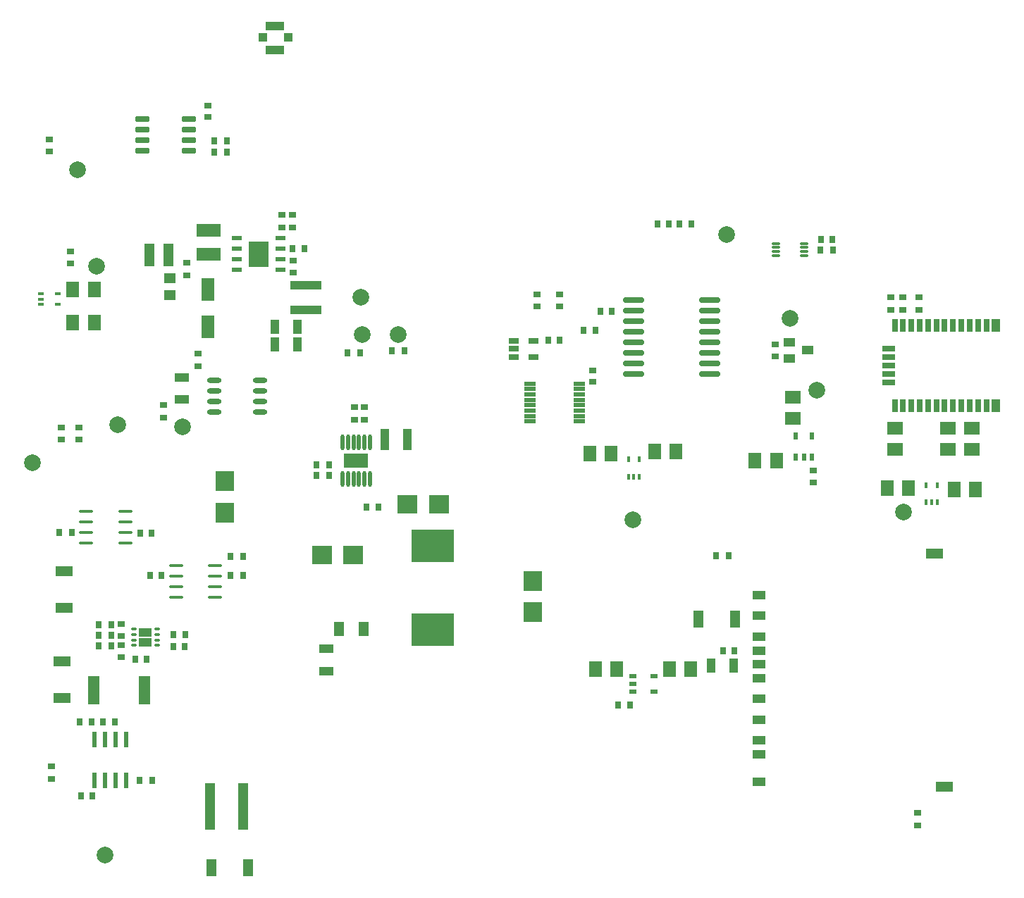
<source format=gtp>
G04*
G04 #@! TF.GenerationSoftware,Altium Limited,Altium Designer,20.1.7 (139)*
G04*
G04 Layer_Color=8421504*
%FSLAX25Y25*%
%MOIN*%
G70*
G04*
G04 #@! TF.SameCoordinates,72195594-E7F7-4266-BDA2-BCA36E094617*
G04*
G04*
G04 #@! TF.FilePolarity,Positive*
G04*
G01*
G75*
%ADD19R,0.05917X0.04106*%
%ADD20O,0.10236X0.02756*%
%ADD21R,0.05118X0.02756*%
%ADD22C,0.07874*%
%ADD23R,0.20276X0.15748*%
%ADD24O,0.06890X0.02362*%
%ADD25R,0.08268X0.05000*%
%ADD26R,0.04528X0.07087*%
G04:AMPARAMS|DCode=27|XSize=17.72mil|YSize=55.12mil|CornerRadius=1.95mil|HoleSize=0mil|Usage=FLASHONLY|Rotation=90.000|XOffset=0mil|YOffset=0mil|HoleType=Round|Shape=RoundedRectangle|*
%AMROUNDEDRECTD27*
21,1,0.01772,0.05122,0,0,90.0*
21,1,0.01382,0.05512,0,0,90.0*
1,1,0.00390,0.02561,0.00691*
1,1,0.00390,0.02561,-0.00691*
1,1,0.00390,-0.02561,-0.00691*
1,1,0.00390,-0.02561,0.00691*
%
%ADD27ROUNDEDRECTD27*%
%ADD28R,0.06400X0.10700*%
%ADD29R,0.14567X0.04331*%
%ADD30O,0.01772X0.07480*%
%ADD31R,0.11614X0.06929*%
%ADD32R,0.02756X0.03543*%
%ADD33R,0.05512X0.03937*%
G04:AMPARAMS|DCode=34|XSize=11.81mil|YSize=23.62mil|CornerRadius=1.95mil|HoleSize=0mil|Usage=FLASHONLY|Rotation=90.000|XOffset=0mil|YOffset=0mil|HoleType=Round|Shape=RoundedRectangle|*
%AMROUNDEDRECTD34*
21,1,0.01181,0.01972,0,0,90.0*
21,1,0.00791,0.02362,0,0,90.0*
1,1,0.00390,0.00986,0.00396*
1,1,0.00390,0.00986,-0.00396*
1,1,0.00390,-0.00986,-0.00396*
1,1,0.00390,-0.00986,0.00396*
%
%ADD34ROUNDEDRECTD34*%
%ADD35R,0.08500X0.09200*%
%ADD36R,0.04921X0.02165*%
%ADD37R,0.09449X0.12205*%
G04:AMPARAMS|DCode=38|XSize=11.81mil|YSize=39.37mil|CornerRadius=1.95mil|HoleSize=0mil|Usage=FLASHONLY|Rotation=90.000|XOffset=0mil|YOffset=0mil|HoleType=Round|Shape=RoundedRectangle|*
%AMROUNDEDRECTD38*
21,1,0.01181,0.03547,0,0,90.0*
21,1,0.00791,0.03937,0,0,90.0*
1,1,0.00390,0.01774,0.00396*
1,1,0.00390,0.01774,-0.00396*
1,1,0.00390,-0.01774,-0.00396*
1,1,0.00390,-0.01774,0.00396*
%
%ADD38ROUNDEDRECTD38*%
G04:AMPARAMS|DCode=39|XSize=15.75mil|YSize=25.59mil|CornerRadius=1.97mil|HoleSize=0mil|Usage=FLASHONLY|Rotation=90.000|XOffset=0mil|YOffset=0mil|HoleType=Round|Shape=RoundedRectangle|*
%AMROUNDEDRECTD39*
21,1,0.01575,0.02165,0,0,90.0*
21,1,0.01181,0.02559,0,0,90.0*
1,1,0.00394,0.01083,0.00591*
1,1,0.00394,0.01083,-0.00591*
1,1,0.00394,-0.01083,-0.00591*
1,1,0.00394,-0.01083,0.00591*
%
%ADD39ROUNDEDRECTD39*%
G04:AMPARAMS|DCode=40|XSize=21.65mil|YSize=31.5mil|CornerRadius=1.95mil|HoleSize=0mil|Usage=FLASHONLY|Rotation=90.000|XOffset=0mil|YOffset=0mil|HoleType=Round|Shape=RoundedRectangle|*
%AMROUNDEDRECTD40*
21,1,0.02165,0.02760,0,0,90.0*
21,1,0.01776,0.03150,0,0,90.0*
1,1,0.00390,0.01380,0.00888*
1,1,0.00390,0.01380,-0.00888*
1,1,0.00390,-0.01380,-0.00888*
1,1,0.00390,-0.01380,0.00888*
%
%ADD40ROUNDEDRECTD40*%
G04:AMPARAMS|DCode=41|XSize=25.59mil|YSize=64.96mil|CornerRadius=1.92mil|HoleSize=0mil|Usage=FLASHONLY|Rotation=90.000|XOffset=0mil|YOffset=0mil|HoleType=Round|Shape=RoundedRectangle|*
%AMROUNDEDRECTD41*
21,1,0.02559,0.06112,0,0,90.0*
21,1,0.02175,0.06496,0,0,90.0*
1,1,0.00384,0.03056,0.01088*
1,1,0.00384,0.03056,-0.01088*
1,1,0.00384,-0.03056,-0.01088*
1,1,0.00384,-0.03056,0.01088*
%
%ADD41ROUNDEDRECTD41*%
%ADD42O,0.06680X0.01562*%
%ADD43R,0.03937X0.05906*%
%ADD44R,0.02756X0.05906*%
%ADD45R,0.05906X0.02756*%
%ADD46R,0.04331X0.10236*%
%ADD47R,0.06693X0.04331*%
%ADD48R,0.08661X0.04134*%
%ADD49R,0.03937X0.03937*%
%ADD50R,0.04724X0.11024*%
%ADD51R,0.05906X0.03937*%
%ADD52R,0.07874X0.04724*%
%ADD53R,0.05512X0.13386*%
%ADD54R,0.02100X0.07800*%
%ADD55R,0.05118X0.22047*%
%ADD56R,0.03543X0.03150*%
%ADD57R,0.11811X0.06496*%
%ADD58R,0.06496X0.07284*%
%ADD59R,0.05709X0.05118*%
%ADD60R,0.03150X0.03543*%
%ADD61R,0.07284X0.06496*%
%ADD62R,0.04331X0.06693*%
%ADD63R,0.03543X0.02756*%
%ADD64R,0.09200X0.08500*%
%ADD65R,0.05000X0.08268*%
G04:AMPARAMS|DCode=66|XSize=21.65mil|YSize=31.5mil|CornerRadius=1.95mil|HoleSize=0mil|Usage=FLASHONLY|Rotation=180.000|XOffset=0mil|YOffset=0mil|HoleType=Round|Shape=RoundedRectangle|*
%AMROUNDEDRECTD66*
21,1,0.02165,0.02760,0,0,180.0*
21,1,0.01776,0.03150,0,0,180.0*
1,1,0.00390,-0.00888,0.01380*
1,1,0.00390,0.00888,0.01380*
1,1,0.00390,0.00888,-0.01380*
1,1,0.00390,-0.00888,-0.01380*
%
%ADD66ROUNDEDRECTD66*%
G04:AMPARAMS|DCode=67|XSize=15.75mil|YSize=25.59mil|CornerRadius=1.97mil|HoleSize=0mil|Usage=FLASHONLY|Rotation=180.000|XOffset=0mil|YOffset=0mil|HoleType=Round|Shape=RoundedRectangle|*
%AMROUNDEDRECTD67*
21,1,0.01575,0.02165,0,0,180.0*
21,1,0.01181,0.02559,0,0,180.0*
1,1,0.00394,-0.00591,0.01083*
1,1,0.00394,0.00591,0.01083*
1,1,0.00394,0.00591,-0.01083*
1,1,0.00394,-0.00591,-0.01083*
%
%ADD67ROUNDEDRECTD67*%
D19*
X180000Y199053D02*
D03*
Y203947D02*
D03*
D20*
X410890Y361000D02*
D03*
Y356000D02*
D03*
Y351000D02*
D03*
Y346000D02*
D03*
Y341000D02*
D03*
Y336000D02*
D03*
Y331000D02*
D03*
Y326000D02*
D03*
X447110Y361000D02*
D03*
Y356000D02*
D03*
Y351000D02*
D03*
Y346000D02*
D03*
Y341000D02*
D03*
Y336000D02*
D03*
Y331000D02*
D03*
Y326000D02*
D03*
D21*
X363724Y341740D02*
D03*
Y334260D02*
D03*
X354276D02*
D03*
Y338000D02*
D03*
Y341740D02*
D03*
D22*
X166929Y301969D02*
D03*
X485094Y352604D02*
D03*
X497753Y318504D02*
D03*
X538583Y260630D02*
D03*
X160803Y98425D02*
D03*
X455118Y392126D02*
D03*
X281890Y362598D02*
D03*
X197628Y301128D02*
D03*
X410480Y257087D02*
D03*
X148031Y422835D02*
D03*
X157087Y377165D02*
D03*
X126772Y284252D02*
D03*
X282598Y344715D02*
D03*
X299606Y344955D02*
D03*
D23*
X315905Y244646D02*
D03*
Y205276D02*
D03*
D24*
X234405Y308000D02*
D03*
Y313000D02*
D03*
Y318000D02*
D03*
Y323000D02*
D03*
X212555Y308000D02*
D03*
Y313000D02*
D03*
Y318000D02*
D03*
Y323000D02*
D03*
D25*
X140565Y190053D02*
D03*
Y172730D02*
D03*
X141549Y232768D02*
D03*
Y215445D02*
D03*
D26*
X283150Y205354D02*
D03*
X271732D02*
D03*
D27*
X385236Y303642D02*
D03*
Y306201D02*
D03*
Y308760D02*
D03*
Y311319D02*
D03*
Y313878D02*
D03*
Y316437D02*
D03*
Y318996D02*
D03*
Y321555D02*
D03*
X362008Y303642D02*
D03*
Y306201D02*
D03*
Y308760D02*
D03*
Y311319D02*
D03*
Y313878D02*
D03*
Y316437D02*
D03*
Y318996D02*
D03*
Y321555D02*
D03*
D28*
X209500Y348300D02*
D03*
Y366000D02*
D03*
D29*
X255835Y356563D02*
D03*
Y367980D02*
D03*
D30*
X286177Y293823D02*
D03*
X283618D02*
D03*
X281059D02*
D03*
X278500D02*
D03*
X275941D02*
D03*
X273382D02*
D03*
X286177Y276500D02*
D03*
X283618D02*
D03*
X281059D02*
D03*
X278500D02*
D03*
X275941D02*
D03*
X273382D02*
D03*
D31*
X279780Y285161D02*
D03*
D32*
X212559Y431143D02*
D03*
X218465D02*
D03*
X220276Y230906D02*
D03*
X226181D02*
D03*
X199087Y202638D02*
D03*
X193181D02*
D03*
X163953Y207500D02*
D03*
X158047D02*
D03*
X163953Y202500D02*
D03*
X158047D02*
D03*
X163953Y197500D02*
D03*
X158047D02*
D03*
X226181Y239764D02*
D03*
X220276D02*
D03*
X145320Y251068D02*
D03*
X139414D02*
D03*
X177350Y133800D02*
D03*
X183256D02*
D03*
X148850Y161500D02*
D03*
X154756D02*
D03*
X266953Y278000D02*
D03*
X261047D02*
D03*
X261047Y283000D02*
D03*
X266953D02*
D03*
X438453Y397000D02*
D03*
X432547D02*
D03*
X499409Y384764D02*
D03*
X505315D02*
D03*
X450047Y240000D02*
D03*
X455953D02*
D03*
X409453Y169500D02*
D03*
X403547D02*
D03*
X387205Y346850D02*
D03*
X393110D02*
D03*
X281551Y336215D02*
D03*
X275646D02*
D03*
X302559Y337286D02*
D03*
X296654D02*
D03*
X218531Y436614D02*
D03*
X212626D02*
D03*
D33*
X493413Y337316D02*
D03*
X484752Y333576D02*
D03*
Y341057D02*
D03*
D34*
X174488Y205339D02*
D03*
Y202780D02*
D03*
Y200220D02*
D03*
Y197661D02*
D03*
X185512D02*
D03*
Y200220D02*
D03*
Y202780D02*
D03*
Y205339D02*
D03*
D35*
X217500Y260600D02*
D03*
Y275400D02*
D03*
X363189Y213466D02*
D03*
Y228266D02*
D03*
D36*
X243835Y375390D02*
D03*
Y380390D02*
D03*
Y385390D02*
D03*
Y390390D02*
D03*
X223165D02*
D03*
Y385390D02*
D03*
Y380390D02*
D03*
Y375390D02*
D03*
D37*
X233500Y382890D02*
D03*
D38*
X478307Y387953D02*
D03*
Y385984D02*
D03*
Y384016D02*
D03*
Y382047D02*
D03*
X491693Y387953D02*
D03*
Y385984D02*
D03*
Y384016D02*
D03*
Y382047D02*
D03*
D39*
X138583Y364173D02*
D03*
Y359055D02*
D03*
X130512D02*
D03*
Y361614D02*
D03*
Y364173D02*
D03*
D40*
X420520Y183240D02*
D03*
Y175760D02*
D03*
X410480D02*
D03*
Y179500D02*
D03*
Y183240D02*
D03*
D41*
X178525Y446673D02*
D03*
Y441673D02*
D03*
Y436673D02*
D03*
Y431673D02*
D03*
X200769Y446673D02*
D03*
Y441673D02*
D03*
Y436673D02*
D03*
Y431673D02*
D03*
D42*
X170584Y246068D02*
D03*
Y251068D02*
D03*
Y256068D02*
D03*
Y261068D02*
D03*
X152080D02*
D03*
Y256068D02*
D03*
Y251068D02*
D03*
Y246068D02*
D03*
X194508Y235405D02*
D03*
Y230405D02*
D03*
Y225406D02*
D03*
Y220406D02*
D03*
X213012D02*
D03*
Y225406D02*
D03*
Y230405D02*
D03*
Y235405D02*
D03*
D43*
X582339Y311205D02*
D03*
Y349000D02*
D03*
D44*
X577811Y311205D02*
D03*
X573874D02*
D03*
X569937D02*
D03*
X566000D02*
D03*
X562063D02*
D03*
X558126D02*
D03*
X554189D02*
D03*
X550252D02*
D03*
X546315D02*
D03*
X542378D02*
D03*
X538441D02*
D03*
X534504D02*
D03*
Y349000D02*
D03*
X538441D02*
D03*
X542378D02*
D03*
X546315D02*
D03*
X550252D02*
D03*
X554189D02*
D03*
X558126D02*
D03*
X562063D02*
D03*
X566000D02*
D03*
X569937D02*
D03*
X573874D02*
D03*
X577811D02*
D03*
D45*
X531551Y322228D02*
D03*
Y326165D02*
D03*
Y330102D02*
D03*
Y334039D02*
D03*
Y337976D02*
D03*
D46*
X303815Y295000D02*
D03*
X293185D02*
D03*
D47*
X197441Y324606D02*
D03*
Y313976D02*
D03*
X265681Y185525D02*
D03*
Y196154D02*
D03*
D48*
X241395Y479445D02*
D03*
Y490862D02*
D03*
D49*
X247694Y485350D02*
D03*
X235490D02*
D03*
D50*
X182000Y382500D02*
D03*
X191055D02*
D03*
D51*
X470421Y133004D02*
D03*
Y195130D02*
D03*
Y221508D02*
D03*
Y146193D02*
D03*
Y152886D02*
D03*
Y162453D02*
D03*
Y172296D02*
D03*
Y182138D02*
D03*
Y188634D02*
D03*
Y201823D02*
D03*
Y211666D02*
D03*
D52*
X553138Y241193D02*
D03*
X557862Y130957D02*
D03*
D53*
X155492Y176563D02*
D03*
X179508D02*
D03*
D54*
X170803Y153200D02*
D03*
X165803D02*
D03*
X160803D02*
D03*
X155803D02*
D03*
Y133800D02*
D03*
X160803D02*
D03*
X165803D02*
D03*
X170803D02*
D03*
D55*
X226177Y121339D02*
D03*
X210784Y121378D02*
D03*
D56*
X391500Y327953D02*
D03*
Y322441D02*
D03*
X168500Y192248D02*
D03*
Y197760D02*
D03*
X168500Y202244D02*
D03*
Y207756D02*
D03*
X250000Y374244D02*
D03*
Y379756D02*
D03*
X209766Y453173D02*
D03*
Y447661D02*
D03*
D57*
X210000Y382890D02*
D03*
Y394110D02*
D03*
D58*
X155811Y366000D02*
D03*
X145772D02*
D03*
X562500Y271500D02*
D03*
X572539D02*
D03*
X541000Y272000D02*
D03*
X530961D02*
D03*
X478500Y285000D02*
D03*
X468461D02*
D03*
X428000Y186500D02*
D03*
X438039D02*
D03*
X403020D02*
D03*
X392980D02*
D03*
X421047Y289614D02*
D03*
X431087D02*
D03*
X400264Y288583D02*
D03*
X390224D02*
D03*
X155811Y350394D02*
D03*
X145772D02*
D03*
D59*
X191500Y363563D02*
D03*
Y371437D02*
D03*
D60*
X182283Y230906D02*
D03*
X187795D02*
D03*
X180756Y191000D02*
D03*
X175244D02*
D03*
X183020Y250853D02*
D03*
X177508D02*
D03*
X165559Y161500D02*
D03*
X160047D02*
D03*
X193228Y197244D02*
D03*
X198740D02*
D03*
X149547Y126500D02*
D03*
X155059D02*
D03*
X290256Y263000D02*
D03*
X284744D02*
D03*
X422244Y397000D02*
D03*
X427756D02*
D03*
X505118Y389764D02*
D03*
X499606D02*
D03*
X458756Y195000D02*
D03*
X453244D02*
D03*
X249744Y385500D02*
D03*
X255256D02*
D03*
X375984Y342126D02*
D03*
X370472D02*
D03*
X395244Y355953D02*
D03*
X400756D02*
D03*
D61*
X559500Y300500D02*
D03*
Y290461D02*
D03*
X571000Y300500D02*
D03*
Y290461D02*
D03*
X534500Y300520D02*
D03*
Y290480D02*
D03*
X486221Y305217D02*
D03*
Y315256D02*
D03*
D62*
X447685Y188000D02*
D03*
X458315D02*
D03*
X241185Y348500D02*
D03*
X251815D02*
D03*
X241185Y340000D02*
D03*
X251815D02*
D03*
D63*
X135500Y140354D02*
D03*
Y134449D02*
D03*
X134646Y431299D02*
D03*
Y437205D02*
D03*
X144488Y378362D02*
D03*
Y384268D02*
D03*
X140138Y295035D02*
D03*
Y300941D02*
D03*
X545276Y112402D02*
D03*
Y118307D02*
D03*
X283768Y310433D02*
D03*
Y304528D02*
D03*
X278807Y304528D02*
D03*
Y310433D02*
D03*
X546000Y356547D02*
D03*
Y362453D02*
D03*
X538441Y356547D02*
D03*
Y362453D02*
D03*
X532500Y356547D02*
D03*
Y362453D02*
D03*
X478083Y340269D02*
D03*
Y334364D02*
D03*
X496053Y280609D02*
D03*
Y274704D02*
D03*
X199606Y378744D02*
D03*
Y372839D02*
D03*
X244500Y401453D02*
D03*
Y395547D02*
D03*
X249500Y395547D02*
D03*
Y401453D02*
D03*
X205118Y329724D02*
D03*
Y335630D02*
D03*
X375870Y363929D02*
D03*
Y358024D02*
D03*
X365370Y363929D02*
D03*
Y358024D02*
D03*
X148626Y300941D02*
D03*
Y295035D02*
D03*
X188583Y305472D02*
D03*
Y311378D02*
D03*
D64*
X318900Y264500D02*
D03*
X304100D02*
D03*
X263645Y240500D02*
D03*
X278445D02*
D03*
D65*
X211228Y92378D02*
D03*
X228551D02*
D03*
X459000Y210000D02*
D03*
X441677D02*
D03*
D66*
X487760Y296768D02*
D03*
X495240D02*
D03*
Y286728D02*
D03*
X491500D02*
D03*
X487760D02*
D03*
D67*
X549441Y273435D02*
D03*
X554559D02*
D03*
Y265365D02*
D03*
X552000D02*
D03*
X549441D02*
D03*
X408488Y285650D02*
D03*
X413606D02*
D03*
Y277579D02*
D03*
X411047D02*
D03*
X408488D02*
D03*
M02*

</source>
